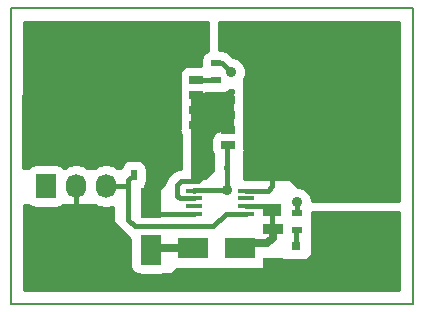
<source format=gtl>
G04 #@! TF.FileFunction,Copper,L1,Top,Signal*
%FSLAX46Y46*%
G04 Gerber Fmt 4.6, Leading zero omitted, Abs format (unit mm)*
G04 Created by KiCad (PCBNEW 4.0.1-stable) date 2016/03/05 14:46:34*
%MOMM*%
G01*
G04 APERTURE LIST*
%ADD10C,0.100000*%
%ADD11C,0.150000*%
%ADD12R,0.590000X0.450000*%
%ADD13C,0.900000*%
%ADD14R,1.800860X2.499360*%
%ADD15R,1.450000X0.450000*%
%ADD16R,4.500000X0.650000*%
%ADD17R,5.000000X0.700000*%
%ADD18R,1.200000X0.700000*%
%ADD19R,2.499360X1.800860*%
%ADD20R,0.750000X0.800000*%
%ADD21R,1.700000X0.900000*%
%ADD22R,0.900000X0.500000*%
%ADD23R,0.500000X0.900000*%
%ADD24R,1.600000X1.000000*%
%ADD25C,5.999480*%
%ADD26R,1.727200X2.032000*%
%ADD27O,1.727200X2.032000*%
%ADD28C,0.400000*%
%ADD29C,0.700000*%
%ADD30C,0.254000*%
G04 APERTURE END LIST*
D10*
D11*
X0Y25000000D02*
X34000000Y25000000D01*
X0Y0D02*
X0Y25000000D01*
X34000000Y0D02*
X34000000Y25000000D01*
X0Y0D02*
X34000000Y0D01*
D12*
X18280000Y11450000D03*
X16170000Y11450000D03*
D13*
X32300000Y7200000D03*
X1900000Y7500000D03*
X9300000Y5100000D03*
X6500000Y7600000D03*
X7800000Y2800000D03*
X11200000Y1800000D03*
X15500000Y2000000D03*
X20300000Y2000000D03*
X25800000Y2200000D03*
X28700000Y11400000D03*
X30200000Y15900000D03*
X27900000Y13500000D03*
X27800000Y15800000D03*
X32300000Y11500000D03*
X32100000Y9200000D03*
X29600000Y9200000D03*
X26800000Y9200000D03*
X25500000Y10600000D03*
X32300000Y14300000D03*
X32100000Y17700000D03*
X27600000Y17900000D03*
X26000000Y20100000D03*
X25500000Y22400000D03*
X23100000Y20900000D03*
X22000000Y23200000D03*
X20100000Y20800000D03*
X22300000Y12200000D03*
X20400000Y12200000D03*
X24100000Y12200000D03*
X25400000Y13500000D03*
X25500000Y15400000D03*
X25100000Y17100000D03*
X24000000Y18500000D03*
X22200000Y18500000D03*
X20200000Y18500000D03*
X6000000Y14600000D03*
X12900000Y11400000D03*
X5100000Y17000000D03*
X9300000Y23000000D03*
X12900000Y23000000D03*
X15800000Y23000000D03*
X14600000Y20500000D03*
X12200000Y20600000D03*
X10200000Y20500000D03*
X8700000Y19300000D03*
X8700000Y17400000D03*
X8700000Y15500000D03*
X9500000Y13600000D03*
X11700000Y13600000D03*
X13800000Y13600000D03*
X7600000Y12300000D03*
X4800000Y12300000D03*
X1900000Y12500000D03*
X1700000Y17200000D03*
D14*
X11850000Y8548980D03*
X11850000Y4551020D03*
D15*
X15500000Y9575000D03*
X15500000Y8925000D03*
X15500000Y8275000D03*
X15500000Y7625000D03*
X19900000Y7625000D03*
X19900000Y8275000D03*
X19900000Y8925000D03*
X19900000Y9575000D03*
D16*
X21825000Y16725000D03*
X21825000Y15375000D03*
D17*
X22075000Y14700000D03*
X22075000Y16050000D03*
X22075000Y17400000D03*
X22075000Y13350000D03*
D16*
X21825000Y14025000D03*
D18*
X18375000Y17280000D03*
X18375000Y16010000D03*
X18375000Y14740000D03*
X18375000Y13470000D03*
D19*
X19398980Y4700000D03*
X15401020Y4700000D03*
D16*
X12250000Y15700000D03*
X12250000Y17050000D03*
D17*
X12000000Y17725000D03*
X12000000Y16375000D03*
X12000000Y15025000D03*
X12000000Y19075000D03*
D16*
X12250000Y18400000D03*
D18*
X15700000Y15145000D03*
X15700000Y16415000D03*
X15700000Y17685000D03*
X15700000Y18955000D03*
D20*
X24150000Y4900000D03*
X24150000Y3400000D03*
D21*
X22150000Y6350000D03*
X22150000Y3450000D03*
D22*
X24200000Y7700000D03*
X24200000Y6200000D03*
X17400000Y18900000D03*
X17400000Y20400000D03*
D23*
X11900000Y10900000D03*
X10400000Y10900000D03*
D24*
X22100000Y10925000D03*
X22100000Y7925000D03*
D25*
X4100000Y4100000D03*
X29900000Y4100000D03*
X4100000Y20900000D03*
X29900000Y20900000D03*
D26*
X2950000Y9950000D03*
D27*
X5490000Y9950000D03*
X8030000Y9950000D03*
D13*
X3200000Y14800000D03*
X18500000Y23000000D03*
X26400000Y7000000D03*
X16200000Y13300000D03*
X18600000Y19650000D03*
X24200000Y8600000D03*
X18300000Y9600000D03*
X17000000Y16900000D03*
X17000000Y15200000D03*
D28*
X17850000Y20400000D02*
X17400000Y20400000D01*
X18600000Y19650000D02*
X17850000Y20400000D01*
X18300000Y9600000D02*
X18300000Y11430000D01*
X18300000Y11430000D02*
X18280000Y11450000D01*
X24200000Y8600000D02*
X24200000Y7700000D01*
X15525000Y9600000D02*
X18300000Y9600000D01*
X15500000Y9575000D02*
X15525000Y9600000D01*
X18280000Y11450000D02*
X18280000Y13375000D01*
X18280000Y13375000D02*
X18375000Y13470000D01*
X19900000Y9575000D02*
X21725000Y9575000D01*
X22100000Y9950000D02*
X22100000Y10925000D01*
X21725000Y9575000D02*
X22100000Y9950000D01*
D29*
X15401020Y4700000D02*
X11998980Y4700000D01*
X11998980Y4700000D02*
X11850000Y4551020D01*
D28*
X5490000Y9950000D02*
X5490000Y7610000D01*
X5490000Y7610000D02*
X5500000Y7600000D01*
X21750000Y8275000D02*
X22100000Y7925000D01*
X19900000Y8275000D02*
X21750000Y8275000D01*
X22150000Y6350000D02*
X22100000Y6400000D01*
X22100000Y6400000D02*
X22100000Y7925000D01*
D29*
X19398980Y4700000D02*
X19798980Y5100000D01*
X19798980Y5100000D02*
X21700000Y5100000D01*
X21700000Y5100000D02*
X22150000Y5550000D01*
X22150000Y5550000D02*
X22150000Y6350000D01*
D28*
X22150000Y6350000D02*
X22150000Y6350000D01*
X11900000Y10900000D02*
X11900000Y8598980D01*
X11900000Y8598980D02*
X11850000Y8548980D01*
X15500000Y7625000D02*
X12423980Y7625000D01*
X12423980Y7625000D02*
X11900000Y8148980D01*
X24150000Y4900000D02*
X24150000Y6150000D01*
X24150000Y6150000D02*
X24200000Y6200000D01*
X15700000Y17685000D02*
X16215000Y17685000D01*
X16215000Y17685000D02*
X17000000Y16900000D01*
X17000000Y15200000D02*
X16945000Y15145000D01*
X16945000Y15145000D02*
X15700000Y15145000D01*
X15500000Y8925000D02*
X14275000Y8925000D01*
X16170000Y10720000D02*
X16170000Y11450000D01*
X15850000Y10400000D02*
X16170000Y10720000D01*
X14400000Y10400000D02*
X15850000Y10400000D01*
X14050000Y10050000D02*
X14400000Y10400000D01*
X14050000Y9150000D02*
X14050000Y10050000D01*
X14275000Y8925000D02*
X14050000Y9150000D01*
X17400000Y18900000D02*
X15755000Y18900000D01*
X15755000Y18900000D02*
X15700000Y18955000D01*
X8030000Y9950000D02*
X9900000Y9950000D01*
X9900000Y9950000D02*
X9950000Y10000000D01*
X10500000Y6550000D02*
X9950000Y7100000D01*
X19900000Y7625000D02*
X18175000Y7625000D01*
X17100000Y6550000D02*
X18175000Y7625000D01*
X10500000Y6550000D02*
X17100000Y6550000D01*
X9950000Y10450000D02*
X10400000Y10900000D01*
X9950000Y7100000D02*
X9950000Y10000000D01*
X9950000Y10000000D02*
X9950000Y10450000D01*
D30*
G36*
X32873000Y8727000D02*
X25477111Y8727000D01*
X25477221Y8852897D01*
X25283219Y9322417D01*
X24924307Y9681957D01*
X24455125Y9876778D01*
X24302695Y9876911D01*
X23689803Y10489803D01*
X23647789Y10517666D01*
X23600000Y10527000D01*
X19727000Y10527000D01*
X19727000Y12755697D01*
X19751769Y12791948D01*
X19818201Y13120000D01*
X19818201Y13820000D01*
X19762606Y14115462D01*
X19818201Y14390000D01*
X19818201Y15090000D01*
X19762606Y15385462D01*
X19818201Y15660000D01*
X19818201Y16360000D01*
X19762606Y16655462D01*
X19818201Y16930000D01*
X19818201Y17630000D01*
X19760535Y17936468D01*
X19727000Y17988583D01*
X19727000Y19034169D01*
X19876778Y19394875D01*
X19877221Y19902897D01*
X19683219Y20372417D01*
X19324307Y20731957D01*
X18855125Y20926778D01*
X18775551Y20926847D01*
X18576199Y21126199D01*
X18488691Y21184670D01*
X18454413Y21237939D01*
X18178052Y21426769D01*
X17850000Y21493201D01*
X17627000Y21493201D01*
X17627000Y23873000D01*
X32873000Y23873000D01*
X32873000Y8727000D01*
X32873000Y8727000D01*
G37*
X32873000Y8727000D02*
X25477111Y8727000D01*
X25477221Y8852897D01*
X25283219Y9322417D01*
X24924307Y9681957D01*
X24455125Y9876778D01*
X24302695Y9876911D01*
X23689803Y10489803D01*
X23647789Y10517666D01*
X23600000Y10527000D01*
X19727000Y10527000D01*
X19727000Y12755697D01*
X19751769Y12791948D01*
X19818201Y13120000D01*
X19818201Y13820000D01*
X19762606Y14115462D01*
X19818201Y14390000D01*
X19818201Y15090000D01*
X19762606Y15385462D01*
X19818201Y15660000D01*
X19818201Y16360000D01*
X19762606Y16655462D01*
X19818201Y16930000D01*
X19818201Y17630000D01*
X19760535Y17936468D01*
X19727000Y17988583D01*
X19727000Y19034169D01*
X19876778Y19394875D01*
X19877221Y19902897D01*
X19683219Y20372417D01*
X19324307Y20731957D01*
X18855125Y20926778D01*
X18775551Y20926847D01*
X18576199Y21126199D01*
X18488691Y21184670D01*
X18454413Y21237939D01*
X18178052Y21426769D01*
X17850000Y21493201D01*
X17627000Y21493201D01*
X17627000Y23873000D01*
X32873000Y23873000D01*
X32873000Y8727000D01*
G36*
X18773000Y17953457D02*
X18731799Y17750000D01*
X18731799Y14663201D01*
X17775000Y14663201D01*
X17468532Y14605535D01*
X17187061Y14424413D01*
X16998231Y14148052D01*
X16931799Y13820000D01*
X16931799Y13120000D01*
X16989465Y12813532D01*
X17073000Y12683715D01*
X17073000Y11252606D01*
X16447394Y10627000D01*
X16305003Y10627000D01*
X16225000Y10643201D01*
X15327000Y10643201D01*
X15327000Y14594997D01*
X15343201Y14675000D01*
X15343201Y17761799D01*
X16300000Y17761799D01*
X16606468Y17819465D01*
X16673728Y17862745D01*
X16950000Y17806799D01*
X17850000Y17806799D01*
X18156468Y17864465D01*
X18437939Y18045587D01*
X18456670Y18073000D01*
X18773000Y18073000D01*
X18773000Y17953457D01*
X18773000Y17953457D01*
G37*
X18773000Y17953457D02*
X18731799Y17750000D01*
X18731799Y14663201D01*
X17775000Y14663201D01*
X17468532Y14605535D01*
X17187061Y14424413D01*
X16998231Y14148052D01*
X16931799Y13820000D01*
X16931799Y13120000D01*
X16989465Y12813532D01*
X17073000Y12683715D01*
X17073000Y11252606D01*
X16447394Y10627000D01*
X16305003Y10627000D01*
X16225000Y10643201D01*
X15327000Y10643201D01*
X15327000Y14594997D01*
X15343201Y14675000D01*
X15343201Y17761799D01*
X16300000Y17761799D01*
X16606468Y17819465D01*
X16673728Y17862745D01*
X16950000Y17806799D01*
X17850000Y17806799D01*
X18156468Y17864465D01*
X18437939Y18045587D01*
X18456670Y18073000D01*
X18773000Y18073000D01*
X18773000Y17953457D01*
G36*
X16673000Y21441080D02*
X16643532Y21435535D01*
X16362061Y21254413D01*
X16173231Y20978052D01*
X16106799Y20650000D01*
X16106799Y20150000D01*
X16107138Y20148201D01*
X15100000Y20148201D01*
X14793532Y20090535D01*
X14512061Y19909413D01*
X14323231Y19633052D01*
X14256799Y19305000D01*
X14256799Y18605000D01*
X14312394Y18309538D01*
X14256799Y18035000D01*
X14256799Y17335000D01*
X14312394Y17039538D01*
X14256799Y16765000D01*
X14256799Y16065000D01*
X14312394Y15769538D01*
X14256799Y15495000D01*
X14256799Y14795000D01*
X14314465Y14488532D01*
X14373000Y14397566D01*
X14373000Y11421630D01*
X14072191Y11361794D01*
X14006984Y11348824D01*
X13673801Y11126199D01*
X13673799Y11126196D01*
X13323801Y10776199D01*
X13101176Y10443016D01*
X13060893Y10240499D01*
X12547394Y9727000D01*
X11327000Y9727000D01*
X11327000Y9975932D01*
X11426769Y10121948D01*
X11493201Y10450000D01*
X11493201Y11350000D01*
X11435535Y11656468D01*
X11254413Y11937939D01*
X10978052Y12126769D01*
X10650000Y12193201D01*
X10150000Y12193201D01*
X9843532Y12135535D01*
X9562061Y11954413D01*
X9373231Y11678052D01*
X9342642Y11527000D01*
X8936503Y11527000D01*
X8676965Y11700418D01*
X8030000Y11829107D01*
X7383035Y11700418D01*
X7123497Y11527000D01*
X6396503Y11527000D01*
X6136965Y11700418D01*
X5490000Y11829107D01*
X4843035Y11700418D01*
X4583497Y11527000D01*
X4435348Y11527000D01*
X4418013Y11553939D01*
X4141652Y11742769D01*
X3813600Y11809201D01*
X2086400Y11809201D01*
X1779932Y11751535D01*
X1498461Y11570413D01*
X1468798Y11527000D01*
X1028012Y11527000D01*
X1125996Y23873000D01*
X16673000Y23873000D01*
X16673000Y21441080D01*
X16673000Y21441080D01*
G37*
X16673000Y21441080D02*
X16643532Y21435535D01*
X16362061Y21254413D01*
X16173231Y20978052D01*
X16106799Y20650000D01*
X16106799Y20150000D01*
X16107138Y20148201D01*
X15100000Y20148201D01*
X14793532Y20090535D01*
X14512061Y19909413D01*
X14323231Y19633052D01*
X14256799Y19305000D01*
X14256799Y18605000D01*
X14312394Y18309538D01*
X14256799Y18035000D01*
X14256799Y17335000D01*
X14312394Y17039538D01*
X14256799Y16765000D01*
X14256799Y16065000D01*
X14312394Y15769538D01*
X14256799Y15495000D01*
X14256799Y14795000D01*
X14314465Y14488532D01*
X14373000Y14397566D01*
X14373000Y11421630D01*
X14072191Y11361794D01*
X14006984Y11348824D01*
X13673801Y11126199D01*
X13673799Y11126196D01*
X13323801Y10776199D01*
X13101176Y10443016D01*
X13060893Y10240499D01*
X12547394Y9727000D01*
X11327000Y9727000D01*
X11327000Y9975932D01*
X11426769Y10121948D01*
X11493201Y10450000D01*
X11493201Y11350000D01*
X11435535Y11656468D01*
X11254413Y11937939D01*
X10978052Y12126769D01*
X10650000Y12193201D01*
X10150000Y12193201D01*
X9843532Y12135535D01*
X9562061Y11954413D01*
X9373231Y11678052D01*
X9342642Y11527000D01*
X8936503Y11527000D01*
X8676965Y11700418D01*
X8030000Y11829107D01*
X7383035Y11700418D01*
X7123497Y11527000D01*
X6396503Y11527000D01*
X6136965Y11700418D01*
X5490000Y11829107D01*
X4843035Y11700418D01*
X4583497Y11527000D01*
X4435348Y11527000D01*
X4418013Y11553939D01*
X4141652Y11742769D01*
X3813600Y11809201D01*
X2086400Y11809201D01*
X1779932Y11751535D01*
X1498461Y11570413D01*
X1468798Y11527000D01*
X1028012Y11527000D01*
X1125996Y23873000D01*
X16673000Y23873000D01*
X16673000Y21441080D01*
G36*
X1481987Y8346061D02*
X1758348Y8157231D01*
X2086400Y8090799D01*
X3813600Y8090799D01*
X4120068Y8148465D01*
X4401539Y8329587D01*
X4431202Y8373000D01*
X7123497Y8373000D01*
X7383035Y8199582D01*
X8030000Y8070893D01*
X8673000Y8198793D01*
X8673000Y6900000D01*
X8683006Y6850590D01*
X8710197Y6810197D01*
X10073000Y5447394D01*
X10073000Y3100000D01*
X10083006Y3050590D01*
X10110197Y3010197D01*
X10233548Y2886846D01*
X10345157Y2713401D01*
X10540391Y2580003D01*
X10610197Y2510197D01*
X10652211Y2482334D01*
X10700000Y2473000D01*
X10876184Y2473000D01*
X10949570Y2458139D01*
X12750430Y2458139D01*
X12829409Y2473000D01*
X13500000Y2473000D01*
X13549410Y2483006D01*
X13589803Y2510197D01*
X14052606Y2973000D01*
X14069213Y2973000D01*
X14151340Y2956369D01*
X16650700Y2956369D01*
X16739086Y2973000D01*
X18067173Y2973000D01*
X18149300Y2956369D01*
X20648660Y2956369D01*
X20737046Y2973000D01*
X21300000Y2973000D01*
X21349410Y2983006D01*
X21391035Y3011447D01*
X21418315Y3053841D01*
X21427000Y3100000D01*
X21427000Y3479276D01*
X21466230Y3673000D01*
X23694997Y3673000D01*
X23775000Y3656799D01*
X24525000Y3656799D01*
X24611101Y3673000D01*
X25000000Y3673000D01*
X25049410Y3683006D01*
X25089803Y3710197D01*
X25489803Y4110197D01*
X25517666Y4152211D01*
X25527000Y4200000D01*
X25527000Y7773000D01*
X32873000Y7773000D01*
X32873000Y1127000D01*
X1127000Y1127000D01*
X1127000Y8373000D01*
X1464652Y8373000D01*
X1481987Y8346061D01*
X1481987Y8346061D01*
G37*
X1481987Y8346061D02*
X1758348Y8157231D01*
X2086400Y8090799D01*
X3813600Y8090799D01*
X4120068Y8148465D01*
X4401539Y8329587D01*
X4431202Y8373000D01*
X7123497Y8373000D01*
X7383035Y8199582D01*
X8030000Y8070893D01*
X8673000Y8198793D01*
X8673000Y6900000D01*
X8683006Y6850590D01*
X8710197Y6810197D01*
X10073000Y5447394D01*
X10073000Y3100000D01*
X10083006Y3050590D01*
X10110197Y3010197D01*
X10233548Y2886846D01*
X10345157Y2713401D01*
X10540391Y2580003D01*
X10610197Y2510197D01*
X10652211Y2482334D01*
X10700000Y2473000D01*
X10876184Y2473000D01*
X10949570Y2458139D01*
X12750430Y2458139D01*
X12829409Y2473000D01*
X13500000Y2473000D01*
X13549410Y2483006D01*
X13589803Y2510197D01*
X14052606Y2973000D01*
X14069213Y2973000D01*
X14151340Y2956369D01*
X16650700Y2956369D01*
X16739086Y2973000D01*
X18067173Y2973000D01*
X18149300Y2956369D01*
X20648660Y2956369D01*
X20737046Y2973000D01*
X21300000Y2973000D01*
X21349410Y2983006D01*
X21391035Y3011447D01*
X21418315Y3053841D01*
X21427000Y3100000D01*
X21427000Y3479276D01*
X21466230Y3673000D01*
X23694997Y3673000D01*
X23775000Y3656799D01*
X24525000Y3656799D01*
X24611101Y3673000D01*
X25000000Y3673000D01*
X25049410Y3683006D01*
X25089803Y3710197D01*
X25489803Y4110197D01*
X25517666Y4152211D01*
X25527000Y4200000D01*
X25527000Y7773000D01*
X32873000Y7773000D01*
X32873000Y1127000D01*
X1127000Y1127000D01*
X1127000Y8373000D01*
X1464652Y8373000D01*
X1481987Y8346061D01*
M02*

</source>
